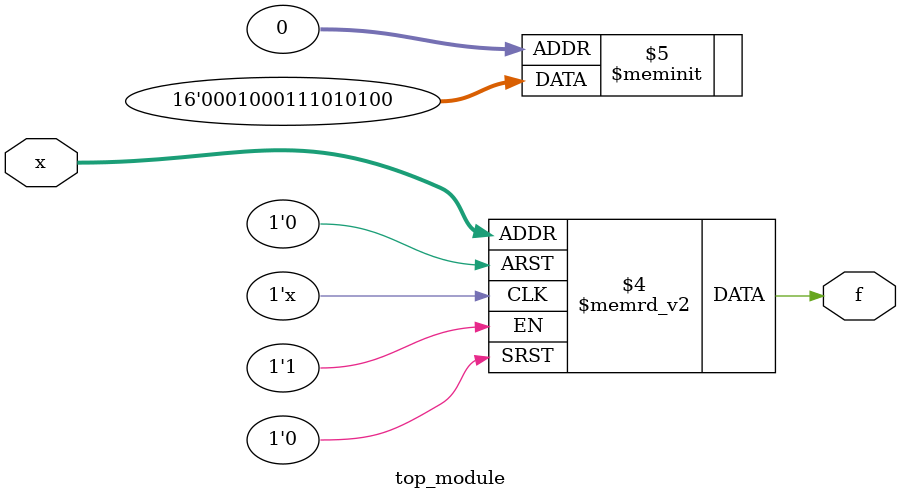
<source format=sv>
module top_module (
    input [4:1] x,
    output logic f
);

always @(*) begin
    case ({x[4], x[3], x[2], x[1]})
        4'b0001: f = 0;
        4'b0010: f = 1;
        4'b0011: f = 0;
        4'b0100: f = 1;
        4'b0101: f = 0;
        4'b0110: f = 1;
        4'b0111: f = 1;
        4'b1000: f = 1;
        4'b1001: f = 0;
        4'b1010: f = 0;
        4'b1011: f = 0;
        4'b1100: f = 1;
        4'b1101: f = 0;
        4'b1110: f = 0;
        4'b1111: f = 0;
        default: f = 0; // Don't care states are assigned 0
    endcase
end

endmodule

</source>
